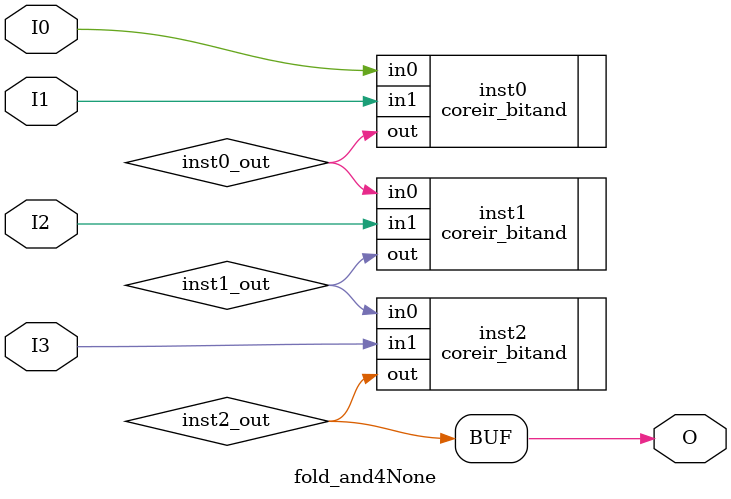
<source format=v>
module fold_and4None (input  I0, input  I1, input  I2, input  I3, output  O);
wire  inst0_out;
wire  inst1_out;
wire  inst2_out;
coreir_bitand inst0 (.in0(I0), .in1(I1), .out(inst0_out));
coreir_bitand inst1 (.in0(inst0_out), .in1(I2), .out(inst1_out));
coreir_bitand inst2 (.in0(inst1_out), .in1(I3), .out(inst2_out));
assign O = inst2_out;
endmodule


</source>
